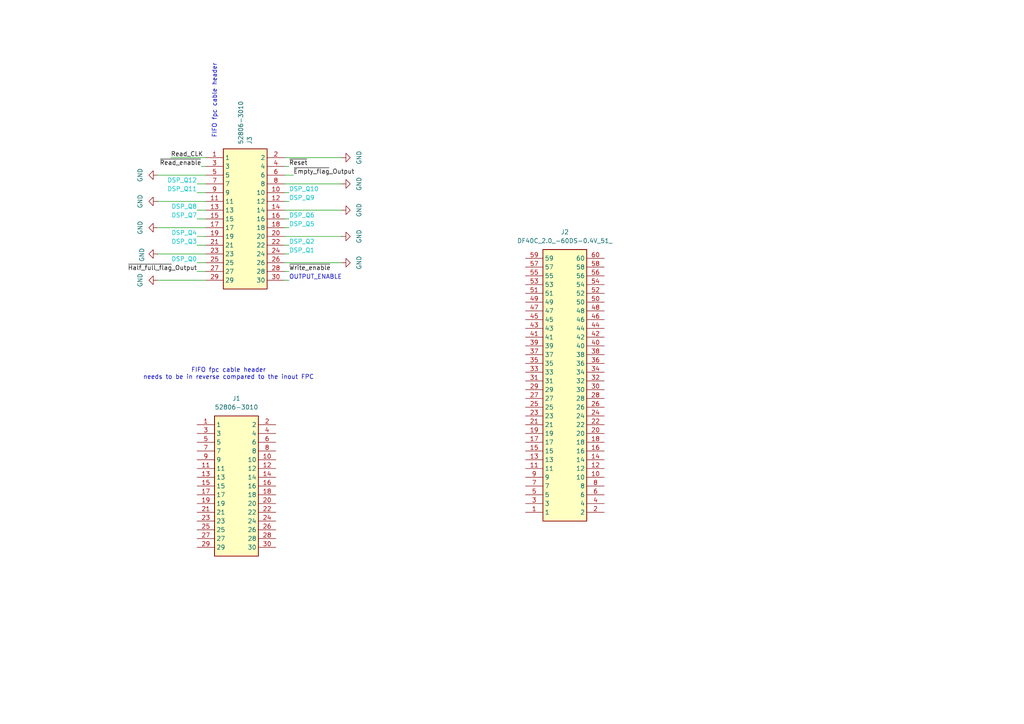
<source format=kicad_sch>
(kicad_sch (version 20250114) (generator "eeschema") (generator_version "9.0")
  (paper "A4")
  (lib_symbols
    (symbol "52806-3010:52806-3010"
      (property "Reference" "J" (at 19.05 7.62 0))
      (property "Value" "52806-3010" (at 19.05 5.08 0))
      (symbol "52806-3010_1_1"
        (rectangle (start 5.08 2.54) (end 17.78 -38.1) (stroke (width 0.254)) (fill (type background)))
        (pin passive line (at 0 0 0) (length 5.08) (name "1") (number "1"))
        (pin passive line (at 0 -2.54 0) (length 5.08) (name "3") (number "3"))
        (pin passive line (at 0 -5.08 0) (length 5.08) (name "5") (number "5"))
        (pin passive line (at 0 -7.62 0) (length 5.08) (name "7") (number "7"))
        (pin passive line (at 0 -10.16 0) (length 5.08) (name "9") (number "9"))
        (pin passive line (at 0 -12.7 0) (length 5.08) (name "11") (number "11"))
        (pin passive line (at 0 -15.24 0) (length 5.08) (name "13") (number "13"))
        (pin passive line (at 0 -17.78 0) (length 5.08) (name "15") (number "15"))
        (pin passive line (at 0 -20.32 0) (length 5.08) (name "17") (number "17"))
        (pin passive line (at 0 -22.86 0) (length 5.08) (name "19") (number "19"))
        (pin passive line (at 0 -25.4 0) (length 5.08) (name "21") (number "21"))
        (pin passive line (at 0 -27.94 0) (length 5.08) (name "23") (number "23"))
        (pin passive line (at 0 -30.48 0) (length 5.08) (name "25") (number "25"))
        (pin passive line (at 0 -33.02 0) (length 5.08) (name "27") (number "27"))
        (pin passive line (at 0 -35.56 0) (length 5.08) (name "29") (number "29"))
        (pin passive line (at 22.86 0 180) (length 5.08) (name "2") (number "2"))
        (pin passive line (at 22.86 -2.54 180) (length 5.08) (name "4") (number "4"))
        (pin passive line (at 22.86 -5.08 180) (length 5.08) (name "6") (number "6"))
        (pin passive line (at 22.86 -7.62 180) (length 5.08) (name "8") (number "8"))
        (pin passive line (at 22.86 -10.16 180) (length 5.08) (name "10") (number "10"))
        (pin passive line (at 22.86 -12.7 180) (length 5.08) (name "12") (number "12"))
        (pin passive line (at 22.86 -15.24 180) (length 5.08) (name "14") (number "14"))
        (pin passive line (at 22.86 -17.78 180) (length 5.08) (name "16") (number "16"))
        (pin passive line (at 22.86 -20.32 180) (length 5.08) (name "18") (number "18"))
        (pin passive line (at 22.86 -22.86 180) (length 5.08) (name "20") (number "20"))
        (pin passive line (at 22.86 -25.4 180) (length 5.08) (name "22") (number "22"))
        (pin passive line (at 22.86 -27.94 180) (length 5.08) (name "24") (number "24"))
        (pin passive line (at 22.86 -30.48 180) (length 5.08) (name "26") (number "26"))
        (pin passive line (at 22.86 -33.02 180) (length 5.08) (name "28") (number "28"))
        (pin passive line (at 22.86 -35.56 180) (length 5.08) (name "30") (number "30"))
      )
    )
    (symbol "DF40C_2_0_-60DS-0_4V_51_:DF40C_2.0_-60DS-0.4V_51_"
      (property "Reference" "J" (at 19.05 7.62 0))
      (property "Value" "DF40C_2.0_-60DS-0.4V_51_" (at 19.05 5.08 0))
      (symbol "DF40C_2.0_-60DS-0.4V_51__1_1"
        (rectangle (start 5.08 2.54) (end 17.78 -76.2) (stroke (width 0.254)) (fill (type background)))
        (pin passive line (at 0 0 0) (length 5.08) (name "59") (number "59"))
        (pin passive line (at 0 -2.54 0) (length 5.08) (name "57") (number "57"))
        (pin passive line (at 0 -5.08 0) (length 5.08) (name "55") (number "55"))
        (pin passive line (at 0 -7.62 0) (length 5.08) (name "53") (number "53"))
        (pin passive line (at 0 -10.16 0) (length 5.08) (name "51") (number "51"))
        (pin passive line (at 0 -12.7 0) (length 5.08) (name "49") (number "49"))
        (pin passive line (at 0 -15.24 0) (length 5.08) (name "47") (number "47"))
        (pin passive line (at 0 -17.78 0) (length 5.08) (name "45") (number "45"))
        (pin passive line (at 0 -20.32 0) (length 5.08) (name "43") (number "43"))
        (pin passive line (at 0 -22.86 0) (length 5.08) (name "41") (number "41"))
        (pin passive line (at 0 -25.4 0) (length 5.08) (name "39") (number "39"))
        (pin passive line (at 0 -27.94 0) (length 5.08) (name "37") (number "37"))
        (pin passive line (at 0 -30.48 0) (length 5.08) (name "35") (number "35"))
        (pin passive line (at 0 -33.02 0) (length 5.08) (name "33") (number "33"))
        (pin passive line (at 0 -35.56 0) (length 5.08) (name "31") (number "31"))
        (pin passive line (at 0 -38.1 0) (length 5.08) (name "29") (number "29"))
        (pin passive line (at 0 -40.64 0) (length 5.08) (name "27") (number "27"))
        (pin passive line (at 0 -43.18 0) (length 5.08) (name "25") (number "25"))
        (pin passive line (at 0 -45.72 0) (length 5.08) (name "23") (number "23"))
        (pin passive line (at 0 -48.26 0) (length 5.08) (name "21") (number "21"))
        (pin passive line (at 0 -50.8 0) (length 5.08) (name "19") (number "19"))
        (pin passive line (at 0 -53.34 0) (length 5.08) (name "17") (number "17"))
        (pin passive line (at 0 -55.88 0) (length 5.08) (name "15") (number "15"))
        (pin passive line (at 0 -58.42 0) (length 5.08) (name "13") (number "13"))
        (pin passive line (at 0 -60.96 0) (length 5.08) (name "11") (number "11"))
        (pin passive line (at 0 -63.5 0) (length 5.08) (name "9") (number "9"))
        (pin passive line (at 0 -66.04 0) (length 5.08) (name "7") (number "7"))
        (pin passive line (at 0 -68.58 0) (length 5.08) (name "5") (number "5"))
        (pin passive line (at 0 -71.12 0) (length 5.08) (name "3") (number "3"))
        (pin passive line (at 0 -73.66 0) (length 5.08) (name "1") (number "1"))
        (pin passive line (at 22.86 0 180) (length 5.08) (name "60") (number "60"))
        (pin passive line (at 22.86 -2.54 180) (length 5.08) (name "58") (number "58"))
        (pin passive line (at 22.86 -5.08 180) (length 5.08) (name "56") (number "56"))
        (pin passive line (at 22.86 -7.62 180) (length 5.08) (name "54") (number "54"))
        (pin passive line (at 22.86 -10.16 180) (length 5.08) (name "52") (number "52"))
        (pin passive line (at 22.86 -12.7 180) (length 5.08) (name "50") (number "50"))
        (pin passive line (at 22.86 -15.24 180) (length 5.08) (name "48") (number "48"))
        (pin passive line (at 22.86 -17.78 180) (length 5.08) (name "46") (number "46"))
        (pin passive line (at 22.86 -20.32 180) (length 5.08) (name "44") (number "44"))
        (pin passive line (at 22.86 -22.86 180) (length 5.08) (name "42") (number "42"))
        (pin passive line (at 22.86 -25.4 180) (length 5.08) (name "40") (number "40"))
        (pin passive line (at 22.86 -27.94 180) (length 5.08) (name "38") (number "38"))
        (pin passive line (at 22.86 -30.48 180) (length 5.08) (name "36") (number "36"))
        (pin passive line (at 22.86 -33.02 180) (length 5.08) (name "34") (number "34"))
        (pin passive line (at 22.86 -35.56 180) (length 5.08) (name "32") (number "32"))
        (pin passive line (at 22.86 -38.1 180) (length 5.08) (name "30") (number "30"))
        (pin passive line (at 22.86 -40.64 180) (length 5.08) (name "28") (number "28"))
        (pin passive line (at 22.86 -43.18 180) (length 5.08) (name "26") (number "26"))
        (pin passive line (at 22.86 -45.72 180) (length 5.08) (name "24") (number "24"))
        (pin passive line (at 22.86 -48.26 180) (length 5.08) (name "22") (number "22"))
        (pin passive line (at 22.86 -50.8 180) (length 5.08) (name "20") (number "20"))
        (pin passive line (at 22.86 -53.34 180) (length 5.08) (name "18") (number "18"))
        (pin passive line (at 22.86 -55.88 180) (length 5.08) (name "16") (number "16"))
        (pin passive line (at 22.86 -58.42 180) (length 5.08) (name "14") (number "14"))
        (pin passive line (at 22.86 -60.96 180) (length 5.08) (name "12") (number "12"))
        (pin passive line (at 22.86 -63.5 180) (length 5.08) (name "10") (number "10"))
        (pin passive line (at 22.86 -66.04 180) (length 5.08) (name "8") (number "8"))
        (pin passive line (at 22.86 -68.58 180) (length 5.08) (name "6") (number "6"))
        (pin passive line (at 22.86 -71.12 180) (length 5.08) (name "4") (number "4"))
        (pin passive line (at 22.86 -73.66 180) (length 5.08) (name "2") (number "2"))
      )
    )
    (symbol "power:GND" (power) (pin_numbers (hide yes)) (pin_names (offset 0) (hide yes))
      (property "Value" "GND" (at 0 -3.81 0))
      (symbol "GND_0_1"
        (polyline (pts (xy 0 0) (xy 0 -1.27) (xy 1.27 -1.27) (xy 0 -2.54) (xy -1.27 -1.27) (xy 0 -1.27)))
      )
      (symbol "GND_1_1"
        (pin power_in line (at 0 0 270) (length 0) (name "~") (number "1"))
      )
    )
  )
  (text "FIFO fpc cable header\n" (at 62.23 29.21 90) (effects (font (size 1.27 1.27))))
  (text "FIFO fpc cable header\nneeds to be in reverse compared to the inout FPC\n" (at 66.294 108.458 0) (effects (font (size 1.27 1.27))))
  (wire (pts (xy 82.55 76.2) (xy 99.06 76.2)))
  (wire (pts (xy 83.82 66.04) (xy 82.55 66.04)))
  (wire (pts (xy 59.69 58.42) (xy 45.72 58.42)))
  (wire (pts (xy 45.72 66.04) (xy 59.69 66.04)))
  (wire (pts (xy 83.82 78.74) (xy 82.55 78.74)))
  (wire (pts (xy 59.69 81.28) (xy 45.72 81.28)))
  (wire (pts (xy 85.09 50.8) (xy 82.55 50.8)))
  (wire (pts (xy 59.69 76.2) (xy 57.15 76.2)))
  (wire (pts (xy 59.69 68.58) (xy 57.15 68.58)))
  (wire (pts (xy 99.06 45.72) (xy 82.55 45.72)))
  (wire (pts (xy 83.82 63.5) (xy 82.55 63.5)))
  (wire (pts (xy 59.69 78.74) (xy 57.15 78.74)))
  (wire (pts (xy 83.82 55.88) (xy 82.55 55.88)))
  (wire (pts (xy 83.82 58.42) (xy 82.55 58.42)))
  (wire (pts (xy 83.82 48.26) (xy 82.55 48.26)))
  (wire (pts (xy 99.06 60.96) (xy 82.55 60.96)))
  (wire (pts (xy 83.82 71.12) (xy 82.55 71.12)))
  (wire (pts (xy 99.06 68.58) (xy 82.55 68.58)))
  (wire (pts (xy 83.82 81.28) (xy 82.55 81.28)))
  (wire (pts (xy 59.69 71.12) (xy 57.15 71.12)))
  (wire (pts (xy 59.69 60.96) (xy 57.15 60.96)))
  (wire (pts (xy 59.69 55.88) (xy 57.15 55.88)))
  (wire (pts (xy 83.82 73.66) (xy 82.55 73.66)))
  (wire (pts (xy 59.69 50.8) (xy 45.72 50.8)))
  (wire (pts (xy 59.69 63.5) (xy 57.15 63.5)))
  (wire (pts (xy 59.69 45.72) (xy 49.53 45.72)))
  (wire (pts (xy 59.69 73.66) (xy 45.72 73.66)))
  (wire (pts (xy 59.69 53.34) (xy 57.15 53.34)))
  (wire (pts (xy 59.69 48.26) (xy 58.42 48.26)))
  (wire (pts (xy 99.06 53.34) (xy 82.55 53.34)))
  (label "DSP_Q4" (at 57.15 68.58 180))
  (label "DSP_Q9" (at 83.82 58.42 0))
  (label "DSP_Q8" (at 57.15 60.96 180))
  (label "DSP_Q2" (at 83.82 71.12 0))
  (label "DSP_Q12" (at 57.15 53.34 180))
  (label "~{Write_enable}" (at 83.82 78.74 0))
  (label "DSP_Q3" (at 57.15 71.12 180))
  (label "Read_CLK" (at 49.53 45.72 0))
  (label "DSP_Q1" (at 83.82 73.66 0))
  (label "DSP_Q10" (at 83.82 55.88 0))
  (label "~{Empty_flag}_Output" (at 85.09 50.8 0))
  (label "DSP_Q6" (at 83.82 63.5 0))
  (label "~{Half_full_flag}_Output" (at 57.15 78.74 180))
  (label "~{Reset}" (at 83.82 48.26 0))
  (label "DSP_Q0" (at 57.15 76.2 180))
  (label "OUTPUT_ENABLE" (at 83.82 81.28 0))
  (label "DSP_Q5" (at 83.82 66.04 0))
  (label "DSP_Q11" (at 57.15 55.88 180))
  (label "~{Read_enable}" (at 58.42 48.26 180))
  (label "DSP_Q7" (at 57.15 63.5 180))
  (symbol (lib_id "52806-3010:52806-3010") (at 59.69 45.72 0) (unit 1)
    (property "Reference" "J3" (at 72.3901 41.91 90) (effects (justify left)))
    (property "Value" "52806-3010" (at 69.8501 41.91 90) (effects (justify left)))
    (property "Footprint" "52806-3010:528063010" (effects (hide yes)))
    (property "Datasheet" "https://www.molex.com/pdm_docs/sd/528063010_sd.pdf" (effects (hide yes)))
    (property "Description" "Molex 52806 Series 1mm Pitch 30 Way 1 Row Straight FPC Connector, Tin Plated Contacts" (effects (hide yes)))
    (property "Height" "5.65" (effects (hide yes)))
    (property "Manufacturer_Name" "Molex" (effects (hide yes)))
    (property "Manufacturer_Part_Number" "52806-3010" (effects (hide yes)))
    (property "Mouser Part Number" "538-52806-3010" (effects (hide yes)))
    (property "Mouser Price/Stock" "https://www.mouser.co.uk/ProductDetail/Molex/52806-3010?qs=dfAUs5lFDTbuJCN6JtgoPg%3D%3D" (effects (hide yes)))
  )
  (symbol (lib_id "power:GND") (at 45.72 50.8 270) (unit 1)
    (property "Reference" "#PWR048" (effects (hide yes)))
    (property "Value" "GND" (at 40.64 50.8 0))
    (property "Description" "Power symbol creates a global label with name \"GND\" , ground" (effects (hide yes)))
  )
  (symbol (lib_id "DF40C_2_0_-60DS-0_4V_51_:DF40C_2.0_-60DS-0.4V_51_") (at 152.4 74.93 0) (unit 1)
    (property "Reference" "J2" (at 163.83 67.31 0))
    (property "Value" "DF40C_2.0_-60DS-0.4V_51_" (at 163.83 69.85 0))
    (property "Footprint" "DF40C2060DS04V51" (effects (hide yes)))
    (property "Datasheet" "https://www.hirose.com/en/product/document?clcode=CL0684-4034-7-51&productname=DF40C(2.0)-60DS-0.4V(51)&series=DF40&documenttype=2DDrawing&lang=en&documentid=0001001343" (effects (hide yes)))
    (property "Description" "60 Position Connector Receptacle, Center Strip Contacts Surface Mount Gold" (effects (hide yes)))
    (property "Height" "2.1" (effects (hide yes)))
    (property "Manufacturer_Name" "Hirose" (effects (hide yes)))
    (property "Manufacturer_Part_Number" "DF40C(2.0)-60DS-0.4V(51)" (effects (hide yes)))
    (property "Mouser Part Number" "798-DF40C2060DS04V51" (effects (hide yes)))
    (property "Mouser Price/Stock" "https://www.mouser.co.uk/ProductDetail/Hirose-Connector/DF40C2.0-60DS-0.4V51?qs=3aug5cyrIbe7JjChnYX6rw%3D%3D" (effects (hide yes)))
  )
  (symbol (lib_id "power:GND") (at 99.06 76.2 90) (unit 1)
    (property "Reference" "#PWR055" (effects (hide yes)))
    (property "Value" "GND" (at 104.14 76.2 0))
    (property "Description" "Power symbol creates a global label with name \"GND\" , ground" (effects (hide yes)))
  )
  (symbol (lib_id "power:GND") (at 99.06 53.34 90) (unit 1)
    (property "Reference" "#PWR049" (effects (hide yes)))
    (property "Value" "GND" (at 104.14 53.34 0))
    (property "Description" "Power symbol creates a global label with name \"GND\" , ground" (effects (hide yes)))
  )
  (symbol (lib_id "52806-3010:52806-3010") (at 57.15 123.19 0) (unit 1)
    (property "Reference" "J1" (at 68.58 115.57 0))
    (property "Value" "52806-3010" (at 68.58 118.11 0))
    (property "Footprint" "52806-3010:528063010" (effects (hide yes)))
    (property "Datasheet" "https://www.molex.com/pdm_docs/sd/528063010_sd.pdf" (effects (hide yes)))
    (property "Description" "Molex 52806 Series 1mm Pitch 30 Way 1 Row Straight FPC Connector, Tin Plated Contacts" (effects (hide yes)))
    (property "Height" "5.65" (effects (hide yes)))
    (property "Manufacturer_Name" "Molex" (effects (hide yes)))
    (property "Manufacturer_Part_Number" "52806-3010" (effects (hide yes)))
    (property "Mouser Part Number" "538-52806-3010" (effects (hide yes)))
    (property "Mouser Price/Stock" "https://www.mouser.co.uk/ProductDetail/Molex/52806-3010?qs=dfAUs5lFDTbuJCN6JtgoPg%3D%3D" (effects (hide yes)))
  )
  (symbol (lib_id "power:GND") (at 45.72 81.28 270) (unit 1)
    (property "Reference" "#PWR056" (effects (hide yes)))
    (property "Value" "GND" (at 40.64 81.28 0))
    (property "Description" "Power symbol creates a global label with name \"GND\" , ground" (effects (hide yes)))
  )
  (symbol (lib_id "power:GND") (at 45.72 73.66 270) (unit 1)
    (property "Reference" "#PWR054" (effects (hide yes)))
    (property "Value" "GND" (at 41.148 73.914 0))
    (property "Description" "Power symbol creates a global label with name \"GND\" , ground" (effects (hide yes)))
  )
  (symbol (lib_id "power:GND") (at 45.72 58.42 270) (unit 1)
    (property "Reference" "#PWR050" (effects (hide yes)))
    (property "Value" "GND" (at 40.64 58.42 0))
    (property "Description" "Power symbol creates a global label with name \"GND\" , ground" (effects (hide yes)))
  )
  (symbol (lib_id "power:GND") (at 99.06 68.58 90) (unit 1)
    (property "Reference" "#PWR053" (effects (hide yes)))
    (property "Value" "GND" (at 104.14 68.58 0))
    (property "Description" "Power symbol creates a global label with name \"GND\" , ground" (effects (hide yes)))
  )
  (symbol (lib_id "power:GND") (at 99.06 45.72 90) (unit 1)
    (property "Reference" "#PWR047" (effects (hide yes)))
    (property "Value" "GND" (at 104.14 45.72 0))
    (property "Description" "Power symbol creates a global label with name \"GND\" , ground" (effects (hide yes)))
  )
  (symbol (lib_id "power:GND") (at 45.72 66.04 270) (unit 1)
    (property "Reference" "#PWR052" (effects (hide yes)))
    (property "Value" "GND" (at 40.64 66.04 0))
    (property "Description" "Power symbol creates a global label with name \"GND\" , ground" (effects (hide yes)))
  )
  (symbol (lib_id "power:GND") (at 99.06 60.96 90) (unit 1)
    (property "Reference" "#PWR051" (effects (hide yes)))
    (property "Value" "GND" (at 104.14 60.96 0))
    (property "Description" "Power symbol creates a global label with name \"GND\" , ground" (effects (hide yes)))
  )
)
</source>
